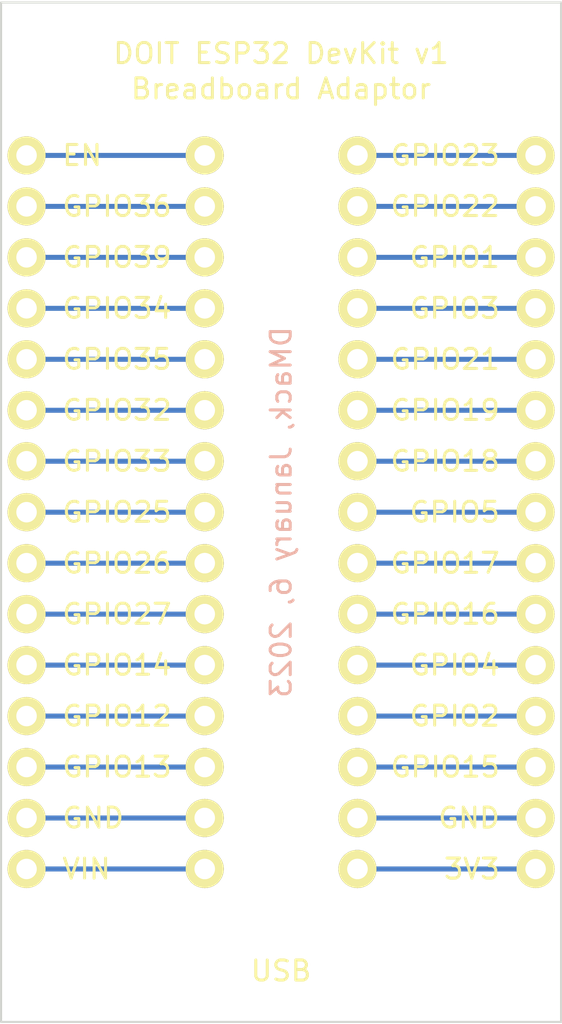
<source format=kicad_pcb>
(kicad_pcb (version 20211014) (generator pcbnew)
  (layers (0 "F.Cu" signal) (31 "B.Cu" signal) (34 "B.Paste" user) (35 "F.Paste" user) (36 "B.SilkS" user "B.Silkscreen") (37 "F.SilkS" user "F.Silkscreen") (38 "B.Mask" user) (39 "F.Mask" user) (44 "Edge.Cuts" user))
  (net 0 "")
  (net 1 "unconnected-(U1-Pad1)")
  (net 2 "unconnected-(U1-Pad2)")
  (net 3 "unconnected-(U1-Pad3)")
  (net 4 "unconnected-(U1-Pad4)")
  (net 5 "unconnected-(U1-Pad5)")
  (net 6 "unconnected-(U1-Pad6)")
  (net 7 "unconnected-(U1-Pad7)")
  (net 8 "unconnected-(U1-Pad8)")
  (net 9 "unconnected-(U1-Pad9)")
  (net 10 "unconnected-(U1-Pad10)")
  (net 11 "unconnected-(U1-Pad11)")
  (net 12 "unconnected-(U1-Pad12)")
  (net 13 "unconnected-(U1-Pad13)")
  (net 14 "unconnected-(U1-Pad14)")
  (net 15 "unconnected-(U1-Pad15)")
  (net 16 "unconnected-(U1-Pad16)")
  (net 17 "unconnected-(U1-Pad17)")
  (net 18 "unconnected-(U1-Pad18)")
  (net 19 "unconnected-(U1-Pad19)")
  (net 20 "unconnected-(U1-Pad20)")
  (net 21 "unconnected-(U1-Pad21)")
  (net 22 "unconnected-(U1-Pad22)")
  (net 23 "unconnected-(U1-Pad23)")
  (net 24 "unconnected-(U1-Pad24)")
  (net 25 "unconnected-(U1-Pad25)")
  (net 26 "unconnected-(U1-Pad26)")
  (net 27 "unconnected-(U1-Pad27)")
  (net 28 "unconnected-(U1-Pad28)")
  (net 29 "unconnected-(U1-Pad29)")
  (net 30 "unconnected-(U1-Pad30)")
  (footprint "DMACK_FOOTPRINTS_primary:DOIT_ESP32_DevKit_v1_Breadboard_Adaptor" (layer "F.Cu") (at 152.4 101.6)
    (fp_text reference "DOIT ESP32 DevKit v1" (at 0 -22.86) (layer "F.SilkS"))
    (fp_text value "DOIT_ESP32_DevKit_v1")
    (fp_text user "GND" (at 11 15.24 unlocked) (layer "F.SilkS") (effects (justify right)))
    (fp_text user "GPIO25" (at -11 0 unlocked) (layer "F.SilkS") (effects (justify left)))
    (fp_text user "GPIO27" (at -11 5.08 unlocked) (layer "F.SilkS") (effects (justify left)))
    (fp_text user "GND" (at -11 15.24 unlocked) (layer "F.SilkS") (effects (justify left)))
    (fp_text user "GPIO23" (at 11 -17.78 unlocked) (layer "F.SilkS") (effects (justify right)))
    (fp_text user "GPIO18" (at 11 -2.54 unlocked) (layer "F.SilkS") (effects (justify right)))
    (fp_text user "GPIO5" (at 11 0 unlocked) (layer "F.SilkS") (effects (justify right)))
    (fp_text user "GPIO13" (at -11 12.7 unlocked) (layer "F.SilkS") (effects (justify left)))
    (fp_text user "EN" (at -11 -17.78 unlocked) (layer "F.SilkS") (effects (justify left)))
    (fp_text user "GPIO4" (at 11 7.62 unlocked) (layer "F.SilkS") (effects (justify right)))
    (fp_text user "GPIO3" (at 11 -10.16 unlocked) (layer "F.SilkS") (effects (justify right)))
    (fp_text user "3V3" (at 11 17.78 unlocked) (layer "F.SilkS") (effects (justify right)))
    (fp_text user "GPIO34" (at -11 -10.16 unlocked) (layer "F.SilkS") (effects (justify left)))
    (fp_text user "GPIO17" (at 11 2.54 unlocked) (layer "F.SilkS") (effects (justify right)))
    (fp_text user "GPIO32" (at -11 -5.08 unlocked) (layer "F.SilkS") (effects (justify left)))
    (fp_text user "GPIO39" (at -11 -12.7 unlocked) (layer "F.SilkS") (effects (justify left)))
    (fp_text user "GPIO16" (at 11 5.08 unlocked) (layer "F.SilkS") (effects (justify right)))
    (fp_text user "USB" (at 0 22.86 unlocked) (layer "F.SilkS"))
    (fp_text user "GPIO22" (at 11 -15.24 unlocked) (layer "F.SilkS") (effects (justify right)))
    (fp_text user "GPIO35" (at -11 -7.62 unlocked) (layer "F.SilkS") (effects (justify left)))
    (fp_text user "GPIO14" (at -11 7.62 unlocked) (layer "F.SilkS") (effects (justify left)))
    (fp_text user "GPIO15" (at 11 12.7 unlocked) (layer "F.SilkS") (effects (justify right)))
    (fp_text user "GPIO19" (at 11 -5.08 unlocked) (layer "F.SilkS") (effects (justify right)))
    (fp_text user "GPIO21" (at 11 -7.62 unlocked) (layer "F.SilkS") (effects (justify right)))
    (fp_text user "GPIO26" (at -11 2.54 unlocked) (layer "F.SilkS") (effects (justify left)))
    (fp_text user "GPIO12" (at -11 10.16 unlocked) (layer "F.SilkS") (effects (justify left)))
    (fp_text user "GPIO36" (at -11 -15.24 unlocked) (layer "F.SilkS") (effects (justify left)))
    (fp_text user "GPIO2" (at 11 10.16 unlocked) (layer "F.SilkS") (effects (justify right)))
    (fp_text user "VIN" (at -11 17.78 unlocked) (layer "F.SilkS") (effects (justify left)))
    (fp_text user "GPIO1" (at 11 -12.7 unlocked) (layer "F.SilkS") (effects (justify right)))
    (fp_text user "GPIO33" (at -11 -2.54 unlocked) (layer "F.SilkS") (effects (justify left)))
    (pad "1" thru_hole circle (at -12.7 -17.78) (size 1.9 1.9) (drill 1.02) (layers *.Cu *.Mask "F.SilkS") (net 1 "unconnected-(U1-Pad1)"))
    (pad "1" thru_hole circle (at -3.81 -17.78 270) (size 1.9 1.9) (drill 1.02) (layers *.Cu *.Mask) (net 1 "unconnected-(U1-Pad1)"))
    (pad "1" thru_hole circle (at -3.81 -17.78) (size 1.9 1.9) (drill 1.02) (layers *.Cu *.Mask "F.SilkS") (net 1 "unconnected-(U1-Pad1)"))
    (pad "2" thru_hole circle (at -12.7 -15.24) (size 1.9 1.9) (drill 1.02) (layers *.Cu *.Mask "F.SilkS") (net 2 "unconnected-(U1-Pad2)"))
    (pad "2" thru_hole circle (at -3.81 -15.24) (size 1.9 1.9) (drill 1.02) (layers *.Cu *.Mask "F.SilkS") (net 2 "unconnected-(U1-Pad2)"))
    (pad "2" thru_hole circle (at -3.81 -15.24 270) (size 1.9 1.9) (drill 1.02) (layers *.Cu *.Mask) (net 2 "unconnected-(U1-Pad2)"))
    (pad "3" thru_hole circle (at -3.81 -12.7) (size 1.9 1.9) (drill 1.02) (layers *.Cu *.Mask "F.SilkS") (net 3 "unconnected-(U1-Pad3)"))
    (pad "3" thru_hole circle (at -3.81 -12.7 270) (size 1.9 1.9) (drill 1.02) (layers *.Cu *.Mask) (net 3 "unconnected-(U1-Pad3)"))
    (pad "3" thru_hole circle (at -12.7 -12.7) (size 1.9 1.9) (drill 1.02) (layers *.Cu *.Mask "F.SilkS") (net 3 "unconnected-(U1-Pad3)"))
    (pad "4" thru_hole circle (at -3.81 -10.16) (size 1.9 1.9) (drill 1.02) (layers *.Cu *.Mask "F.SilkS") (net 4 "unconnected-(U1-Pad4)"))
    (pad "4" thru_hole circle (at -12.7 -10.16) (size 1.9 1.9) (drill 1.02) (layers *.Cu *.Mask "F.SilkS") (net 4 "unconnected-(U1-Pad4)"))
    (pad "4" thru_hole circle (at -3.81 -10.16 270) (size 1.9 1.9) (drill 1.02) (layers *.Cu *.Mask) (net 4 "unconnected-(U1-Pad4)"))
    (pad "5" thru_hole circle (at -3.81 -7.62) (size 1.9 1.9) (drill 1.02) (layers *.Cu *.Mask "F.SilkS") (net 5 "unconnected-(U1-Pad5)"))
    (pad "5" thru_hole circle (at -3.81 -7.62 270) (size 1.9 1.9) (drill 1.02) (layers *.Cu *.Mask) (net 5 "unconnected-(U1-Pad5)"))
    (pad "5" thru_hole circle (at -12.7 -7.62) (size 1.9 1.9) (drill 1.02) (layers *.Cu *.Mask "F.SilkS") (net 5 "unconnected-(U1-Pad5)"))
    (pad "6" thru_hole circle (at -3.81 -5.08) (size 1.9 1.9) (drill 1.02) (layers *.Cu *.Mask "F.SilkS") (net 6 "unconnected-(U1-Pad6)"))
    (pad "6" thru_hole circle (at -12.7 -5.08) (size 1.9 1.9) (drill 1.02) (layers *.Cu *.Mask "F.SilkS") (net 6 "unconnected-(U1-Pad6)"))
    (pad "6" thru_hole circle (at -3.81 -5.08 270) (size 1.9 1.9) (drill 1.02) (layers *.Cu *.Mask) (net 6 "unconnected-(U1-Pad6)"))
    (pad "7" thru_hole circle (at -3.81 -2.54) (size 1.9 1.9) (drill 1.02) (layers *.Cu *.Mask "F.SilkS") (net 7 "unconnected-(U1-Pad7)"))
    (pad "7" thru_hole circle (at -3.81 -2.54 270) (size 1.9 1.9) (drill 1.02) (layers *.Cu *.Mask) (net 7 "unconnected-(U1-Pad7)"))
    (pad "7" thru_hole circle (at -12.7 -2.54) (size 1.9 1.9) (drill 1.02) (layers *.Cu *.Mask "F.SilkS") (net 7 "unconnected-(U1-Pad7)"))
    (pad "8" thru_hole circle (at -12.7 0) (size 1.9 1.9) (drill 1.02) (layers *.Cu *.Mask "F.SilkS") (net 8 "unconnected-(U1-Pad8)"))
    (pad "8" thru_hole circle (at -3.81 0) (size 1.9 1.9) (drill 1.02) (layers *.Cu *.Mask "F.SilkS") (net 8 "unconnected-(U1-Pad8)"))
    (pad "8" thru_hole circle (at -3.81 0 270) (size 1.9 1.9) (drill 1.02) (layers *.Cu *.Mask) (net 8 "unconnected-(U1-Pad8)"))
    (pad "9" thru_hole circle (at -3.81 2.54) (size 1.9 1.9) (drill 1.02) (layers *.Cu *.Mask "F.SilkS") (net 9 "unconnected-(U1-Pad9)"))
    (pad "9" thru_hole circle (at -12.7 2.54) (size 1.9 1.9) (drill 1.02) (layers *.Cu *.Mask "F.SilkS") (net 9 "unconnected-(U1-Pad9)"))
    (pad "9" thru_hole circle (at -3.81 2.54 270) (size 1.9 1.9) (drill 1.02) (layers *.Cu *.Mask) (net 9 "unconnected-(U1-Pad9)"))
    (pad "10" thru_hole circle (at -3.81 5.08 270) (size 1.9 1.9) (drill 1.02) (layers *.Cu *.Mask) (net 10 "unconnected-(U1-Pad10)"))
    (pad "10" thru_hole circle (at -12.7 5.08) (size 1.9 1.9) (drill 1.02) (layers *.Cu *.Mask "F.SilkS") (net 10 "unconnected-(U1-Pad10)"))
    (pad "10" thru_hole circle (at -3.81 5.08) (size 1.9 1.9) (drill 1.02) (layers *.Cu *.Mask "F.SilkS") (net 10 "unconnected-(U1-Pad10)"))
    (pad "11" thru_hole circle (at -3.81 7.62 270) (size 1.9 1.9) (drill 1.02) (layers *.Cu *.Mask) (net 11 "unconnected-(U1-Pad11)"))
    (pad "11" thru_hole circle (at -3.81 7.62) (size 1.9 1.9) (drill 1.02) (layers *.Cu *.Mask "F.SilkS") (net 11 "unconnected-(U1-Pad11)"))
    (pad "11" thru_hole circle (at -12.7 7.62) (size 1.9 1.9) (drill 1.02) (layers *.Cu *.Mask "F.SilkS") (net 11 "unconnected-(U1-Pad11)"))
    (pad "12" thru_hole circle (at -3.81 10.16) (size 1.9 1.9) (drill 1.02) (layers *.Cu *.Mask "F.SilkS") (net 12 "unconnected-(U1-Pad12)"))
    (pad "12" thru_hole circle (at -3.81 10.16 270) (size 1.9 1.9) (drill 1.02) (layers *.Cu *.Mask) (net 12 "unconnected-(U1-Pad12)"))
    (pad "12" thru_hole circle (at -12.7 10.16) (size 1.9 1.9) (drill 1.02) (layers *.Cu *.Mask "F.SilkS") (net 12 "unconnected-(U1-Pad12)"))
    (pad "13" thru_hole circle (at -3.81 12.7 270) (size 1.9 1.9) (drill 1.02) (layers *.Cu *.Mask) (net 13 "unconnected-(U1-Pad13)"))
    (pad "13" thru_hole circle (at -3.81 12.7) (size 1.9 1.9) (drill 1.02) (layers *.Cu *.Mask "F.SilkS") (net 13 "unconnected-(U1-Pad13)"))
    (pad "13" thru_hole circle (at -12.7 12.7) (size 1.9 1.9) (drill 1.02) (layers *.Cu *.Mask "F.SilkS") (net 13 "unconnected-(U1-Pad13)"))
    (pad "14" thru_hole circle (at -3.81 15.24) (size 1.9 1.9) (drill 1.02) (layers *.Cu *.Mask "F.SilkS") (net 14 "unconnected-(U1-Pad14)"))
    (pad "14" thru_hole circle (at -12.7 15.24) (size 1.9 1.9) (drill 1.02) (layers *.Cu *.Mask "F.SilkS") (net 14 "unconnected-(U1-Pad14)"))
    (pad "14" thru_hole circle (at -3.81 15.24 270) (size 1.9 1.9) (drill 1.02) (layers *.Cu *.Mask) (net 14 "unconnected-(U1-Pad14)"))
    (pad "15" thru_hole circle (at -3.81 17.78 270) (size 1.9 1.9) (drill 1.02) (layers *.Cu *.Mask) (net 15 "unconnected-(U1-Pad15)"))
    (pad "15" thru_hole circle (at -3.81 17.78) (size 1.9 1.9) (drill 1.02) (layers *.Cu *.Mask "F.SilkS") (net 15 "unconnected-(U1-Pad15)"))
    (pad "15" thru_hole circle (at -12.7 17.78) (size 1.9 1.9) (drill 1.02) (layers *.Cu *.Mask "F.SilkS") (net 15 "unconnected-(U1-Pad15)"))
    (pad "16" thru_hole circle (at 3.81 17.78 270) (size 1.9 1.9) (drill 1.02) (layers *.Cu *.Mask) (net 16 "unconnected-(U1-Pad16)"))
    (pad "16" thru_hole circle (at 3.81 17.78) (size 1.9 1.9) (drill 1.02) (layers *.Cu *.Mask "F.SilkS") (net 16 "unconnected-(U1-Pad16)"))
    (pad "16" thru_hole circle (at 12.7 17.78) (size 1.9 1.9) (drill 1.02) (layers *.Cu *.Mask "F.SilkS") (net 16 "unconnected-(U1-Pad16)"))
    (pad "17" thru_hole circle (at 3.81 15.24) (size 1.9 1.9) (drill 1.02) (layers *.Cu *.Mask "F.SilkS") (net 17 "unconnected-(U1-Pad17)"))
    (pad "17" thru_hole circle (at 12.7 15.24) (size 1.9 1.9) (drill 1.02) (layers *.Cu *.Mask "F.SilkS") (net 17 "unconnected-(U1-Pad17)"))
    (pad "17" thru_hole circle (at 3.81 15.24 270) (size 1.9 1.9) (drill 1.02) (layers *.Cu *.Mask) (net 17 "unconnected-(U1-Pad17)"))
    (pad "18" thru_hole circle (at 12.7 12.7) (size 1.9 1.9) (drill 1.02) (layers *.Cu *.Mask "F.SilkS") (net 18 "unconnected-(U1-Pad18)"))
    (pad "18" thru_hole circle (at 3.81 12.7 270) (size 1.9 1.9) (drill 1.02) (layers *.Cu *.Mask) (net 18 "unconnected-(U1-Pad18)"))
    (pad "18" thru_hole circle (at 3.81 12.7) (size 1.9 1.9) (drill 1.02) (layers *.Cu *.Mask "F.SilkS") (net 18 "unconnected-(U1-Pad18)"))
    (pad "19" thru_hole circle (at 3.81 10.16 270) (size 1.9 1.9) (drill 1.02) (layers *.Cu *.Mask) (net 19 "unconnected-(U1-Pad19)"))
    (pad "19" thru_hole circle (at 3.81 10.16) (size 1.9 1.9) (drill 1.02) (layers *.Cu *.Mask "F.SilkS") (net 19 "unconnected-(U1-Pad19)"))
    (pad "19" thru_hole circle (at 12.7 10.16) (size 1.9 1.9) (drill 1.02) (layers *.Cu *.Mask "F.SilkS") (net 19 "unconnected-(U1-Pad19)"))
    (pad "20" thru_hole circle (at 3.81 7.62 270) (size 1.9 1.9) (drill 1.02) (layers *.Cu *.Mask) (net 20 "unconnected-(U1-Pad20)"))
    (pad "20" thru_hole circle (at 3.81 7.62) (size 1.9 1.9) (drill 1.02) (layers *.Cu *.Mask "F.SilkS") (net 20 "unconnected-(U1-Pad20)"))
    (pad "20" thru_hole circle (at 12.7 7.62) (size 1.9 1.9) (drill 1.02) (layers *.Cu *.Mask "F.SilkS") (net 20 "unconnected-(U1-Pad20)"))
    (pad "21" thru_hole circle (at 3.81 5.08 270) (size 1.9 1.9) (drill 1.02) (layers *.Cu *.Mask) (net 21 "unconnected-(U1-Pad21)"))
    (pad "21" thru_hole circle (at 3.81 5.08) (size 1.9 1.9) (drill 1.02) (layers *.Cu *.Mask "F.SilkS") (net 21 "unconnected-(U1-Pad21)"))
    (pad "21" thru_hole circle (at 12.7 5.08) (size 1.9 1.9) (drill 1.02) (layers *.Cu *.Mask "F.SilkS") (net 21 "unconnected-(U1-Pad21)"))
    (pad "22" thru_hole circle (at 3.81 2.54) (size 1.9 1.9) (drill 1.02) (layers *.Cu *.Mask "F.SilkS") (net 22 "unconnected-(U1-Pad22)"))
    (pad "22" thru_hole circle (at 12.7 2.54) (size 1.9 1.9) (drill 1.02) (layers *.Cu *.Mask "F.SilkS") (net 22 "unconnected-(U1-Pad22)"))
    (pad "22" thru_hole circle (at 3.81 2.54 270) (size 1.9 1.9) (drill 1.02) (layers *.Cu *.Mask) (net 22 "unconnected-(U1-Pad22)"))
    (pad "23" thru_hole circle (at 3.81 0 270) (size 1.9 1.9) (drill 1.02) (layers *.Cu *.Mask) (net 23 "unconnected-(U1-Pad23)"))
    (pad "23" thru_hole circle (at 3.81 0) (size 1.9 1.9) (drill 1.02) (layers *.Cu *.Mask "F.SilkS") (net 23 "unconnected-(U1-Pad23)"))
    (pad "23" thru_hole circle (at 12.7 0) (size 1.9 1.9) (drill 1.02) (layers *.Cu *.Mask "F.SilkS") (net 23 "unconnected-(U1-Pad23)"))
    (pad "24" thru_hole circle (at 3.81 -2.54) (size 1.9 1.9) (drill 1.02) (layers *.Cu *.Mask "F.SilkS") (net 24 "unconnected-(U1-Pad24)"))
    (pad "24" thru_hole circle (at 3.81 -2.54 270) (size 1.9 1.9) (drill 1.02) (layers *.Cu *.Mask) (net 24 "unconnected-(U1-Pad24)"))
    (pad "24" thru_hole circle (at 12.7 -2.54) (size 1.9 1.9) (drill 1.02) (layers *.Cu *.Mask "F.SilkS") (net 24 "unconnected-(U1-Pad24)"))
    (pad "25" thru_hole circle (at 12.7 -5.08) (size 1.9 1.9) (drill 1.02) (layers *.Cu *.Mask "F.SilkS") (net 25 "unconnected-(U1-Pad25)"))
    (pad "25" thru_hole circle (at 3.81 -5.08) (size 1.9 1.9) (drill 1.02) (layers *.Cu *.Mask "F.SilkS") (net 25 "unconnected-(U1-Pad25)"))
    (pad "25" thru_hole circle (at 3.81 -5.08 270) (size 1.9 1.9) (drill 1.02) (layers *.Cu *.Mask) (net 25 "unconnected-(U1-Pad25)"))
    (pad "26" thru_hole circle (at 3.81 -7.62) (size 1.9 1.9) (drill 1.02) (layers *.Cu *.Mask "F.SilkS") (net 26 "unconnected-(U1-Pad26)"))
    (pad "26" thru_hole circle (at 3.81 -7.62 270) (size 1.9 1.9) (drill 1.02) (layers *.Cu *.Mask) (net 26 "unconnected-(U1-Pad26)"))
    (pad "26" thru_hole circle (at 12.7 -7.62) (size 1.9 1.9) (drill 1.02) (layers *.Cu *.Mask "F.SilkS") (net 26 "unconnected-(U1-Pad26)"))
    (pad "27" thru_hole circle (at 3.81 -10.16) (size 1.9 1.9) (drill 1.02) (layers *.Cu *.Mask "F.SilkS") (net 27 "unconnected-(U1-Pad27)"))
    (pad "27" thru_hole circle (at 3.81 -10.16 270) (size 1.9 1.9) (drill 1.02) (layers *.Cu *.Mask) (net 27 "unconnected-(U1-Pad27)"))
    (pad "27" thru_hole circle (at 12.7 -10.16) (size 1.9 1.9) (drill 1.02) (layers *.Cu *.Mask "F.SilkS") (net 27 "unconnected-(U1-Pad27)"))
    (pad "28" thru_hole circle (at 12.7 -12.7) (size 1.9 1.9) (drill 1.02) (layers *.Cu *.Mask "F.SilkS") (net 28 "unconnected-(U1-Pad28)"))
    (pad "28" thru_hole circle (at 3.81 -12.7) (size 1.9 1.9) (drill 1.02) (layers *.Cu *.Mask "F.SilkS") (net 28 "unconnected-(U1-Pad28)"))
    (pad "28" thru_hole circle (at 3.81 -12.7 270) (size 1.9 1.9) (drill 1.02) (layers *.Cu *.Mask) (net 28 "unconnected-(U1-Pad28)"))
    (pad "29" thru_hole circle (at 3.81 -15.24) (size 1.9 1.9) (drill 1.02) (layers *.Cu *.Mask "F.SilkS") (net 29 "unconnected-(U1-Pad29)"))
    (pad "29" thru_hole circle (at 3.81 -15.24 270) (size 1.9 1.9) (drill 1.02) (layers *.Cu *.Mask) (net 29 "unconnected-(U1-Pad29)"))
    (pad "29" thru_hole circle (at 12.7 -15.24) (size 1.9 1.9) (drill 1.02) (layers *.Cu *.Mask "F.SilkS") (net 29 "unconnected-(U1-Pad29)"))
    (pad "30" thru_hole circle (at 3.81 -17.78 270) (size 1.9 1.9) (drill 1.02) (layers *.Cu *.Mask) (net 30 "unconnected-(U1-Pad30)"))
    (pad "30" thru_hole circle (at 3.81 -17.78) (size 1.9 1.9) (drill 1.02) (layers *.Cu *.Mask "F.SilkS") (net 30 "unconnected-(U1-Pad30)"))
    (pad "30" thru_hole circle (at 12.7 -17.78) (size 1.9 1.9) (drill 1.02) (layers *.Cu *.Mask "F.SilkS") (net 30 "unconnected-(U1-Pad30)"))
  )
  (gr_line (start 138.43 127) (end 138.43 76.2) (layer "Edge.Cuts") (width 0.1))
  (gr_line (start 166.37 76.2) (end 166.37 127) (layer "Edge.Cuts") (width 0.1))
  (gr_line (start 166.37 127) (end 138.43 127) (layer "Edge.Cuts") (width 0.1))
  (gr_line (start 138.43 76.2) (end 166.37 76.2) (layer "Edge.Cuts") (width 0.1))
  (gr_text "DMack, January 6, 2023" (at 152.4 101.6 90) (layer "B.SilkS") (effects (font (size 1 1)) (justify mirror)))
  (gr_text "Breadboard Adaptor" (at 152.4 80.5) (layer "F.SilkS") (effects (font (size 1 1))))
  (segment (start 139.7 83.82) (end 148.59 83.82) (width 0.25) (layer "B.Cu") (net 1))
  (segment (start 139.7 86.36) (end 148.59 86.36) (width 0.25) (layer "B.Cu") (net 2))
  (segment (start 139.7 88.9) (end 148.59 88.9) (width 0.25) (layer "B.Cu") (net 3))
  (segment (start 139.7 91.44) (end 148.59 91.44) (width 0.25) (layer "B.Cu") (net 4))
  (segment (start 139.7 93.98) (end 148.59 93.98) (width 0.25) (layer "B.Cu") (net 5))
  (segment (start 139.7 96.52) (end 148.59 96.52) (width 0.25) (layer "B.Cu") (net 6))
  (segment (start 139.7 99.06) (end 148.59 99.06) (width 0.25) (layer "B.Cu") (net 7))
  (segment (start 139.7 101.6) (end 148.59 101.6) (width 0.25) (layer "B.Cu") (net 8))
  (segment (start 139.7 104.14) (end 148.59 104.14) (width 0.25) (layer "B.Cu") (net 9))
  (segment (start 139.7 106.68) (end 148.59 106.68) (width 0.25) (layer "B.Cu") (net 10))
  (segment (start 139.7 109.22) (end 148.59 109.22) (width 0.25) (layer "B.Cu") (net 11))
  (segment (start 148.59 111.76) (end 139.7 111.76) (width 0.25) (layer "B.Cu") (net 12))
  (segment (start 139.7 114.3) (end 148.59 114.3) (width 0.25) (layer "B.Cu") (net 13))
  (segment (start 148.59 116.84) (end 139.7 116.84) (width 0.25) (layer "B.Cu") (net 14))
  (segment (start 139.7 119.38) (end 148.59 119.38) (width 0.25) (layer "B.Cu") (net 15))
  (segment (start 156.21 119.38) (end 165.1 119.38) (width 0.25) (layer "B.Cu") (net 16))
  (segment (start 165.1 116.84) (end 156.21 116.84) (width 0.25) (layer "B.Cu") (net 17))
  (segment (start 156.21 114.3) (end 165.1 114.3) (width 0.25) (layer "B.Cu") (net 18))
  (segment (start 165.1 111.76) (end 156.21 111.76) (width 0.25) (layer "B.Cu") (net 19))
  (segment (start 156.21 109.22) (end 165.1 109.22) (width 0.25) (layer "B.Cu") (net 20))
  (segment (start 165.1 106.68) (end 156.21 106.68) (width 0.25) (layer "B.Cu") (net 21))
  (segment (start 156.21 104.14) (end 165.1 104.14) (width 0.25) (layer "B.Cu") (net 22))
  (segment (start 165.1 101.6) (end 156.21 101.6) (width 0.25) (layer "B.Cu") (net 23))
  (segment (start 156.21 99.06) (end 165.1 99.06) (width 0.25) (layer "B.Cu") (net 24))
  (segment (start 165.1 96.52) (end 156.21 96.52) (width 0.25) (layer "B.Cu") (net 25))
  (segment (start 156.21 93.98) (end 165.1 93.98) (width 0.25) (layer "B.Cu") (net 26))
  (segment (start 165.1 91.44) (end 156.21 91.44) (width 0.25) (layer "B.Cu") (net 27))
  (segment (start 156.21 88.9) (end 165.1 88.9) (width 0.25) (layer "B.Cu") (net 28))
  (segment (start 165.1 86.36) (end 156.21 86.36) (width 0.25) (layer "B.Cu") (net 29))
  (segment (start 156.21 83.82) (end 165.1 83.82) (width 0.25) (layer "B.Cu") (net 30))
)
</source>
